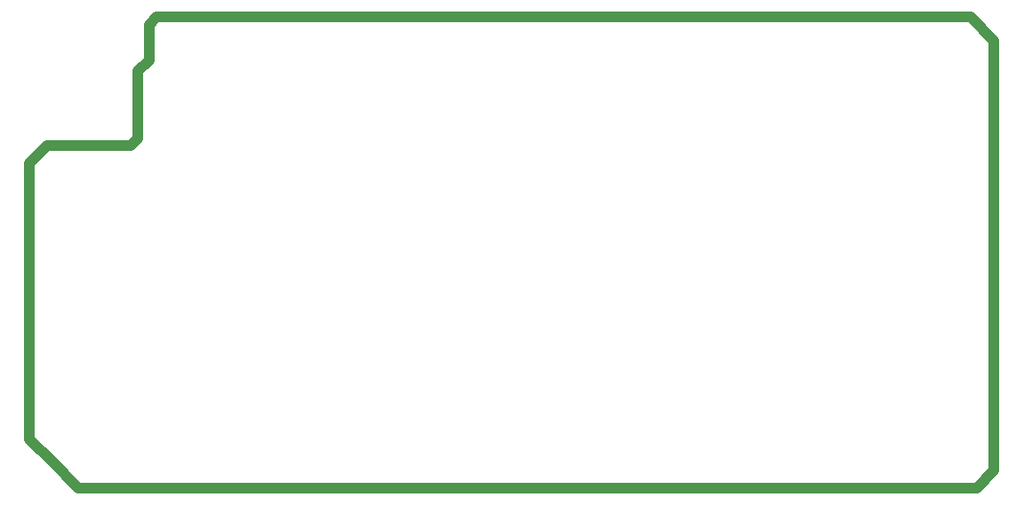
<source format=gm1>
G04*
G04 #@! TF.GenerationSoftware,Altium Limited,Altium Designer,24.9.1 (31)*
G04*
G04 Layer_Color=16711935*
%FSLAX44Y44*%
%MOMM*%
G71*
G04*
G04 #@! TF.SameCoordinates,97D2A4A5-BD74-41C0-937B-CE03BE3D36C6*
G04*
G04*
G04 #@! TF.FilePolarity,Positive*
G04*
G01*
G75*
%ADD104C,1.0000*%
D104*
X-17526Y884682D02*
Y948436D01*
X-24384Y877824D02*
X-17526Y884682D01*
X-104140Y877824D02*
X-24384D01*
X256Y1000000D02*
X775206D01*
X797814Y977392D01*
Y567436D02*
Y977392D01*
X781558Y551180D02*
X797814Y567436D01*
X-74676Y551180D02*
X781558D01*
X-120904Y861060D02*
X-104140Y877824D01*
X-120904Y597408D02*
Y861060D01*
X-99291Y575795D02*
X-74676Y551180D01*
X-120904Y597408D02*
X-99291Y575795D01*
X-17526Y948436D02*
X-7112Y958850D01*
X-7112Y992632D02*
X256Y1000000D01*
X-7112Y992378D02*
Y992632D01*
X-7112Y958850D02*
Y992378D01*
M02*

</source>
